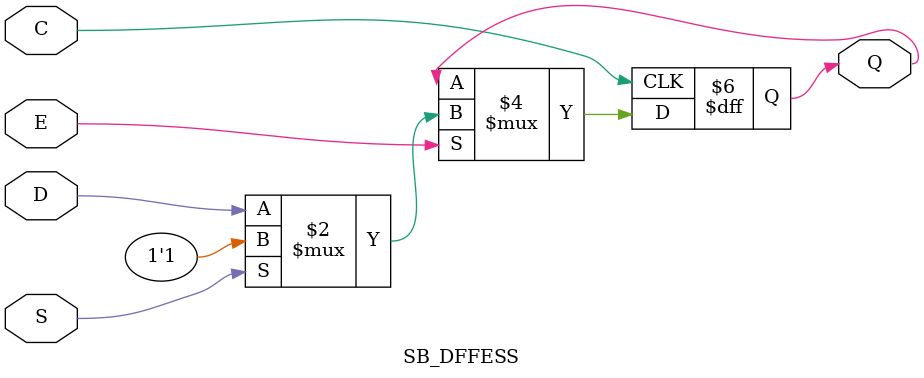
<source format=v>
/* A Verilator model
 */
module SB_DFFESS
  ( input C,E,D,S,
    output reg Q
    );
   initial
     Q = 1'b0;
   always @(posedge C)
     if ( E )
       Q <= S ? 1'b1 : D;
endmodule

  

</source>
